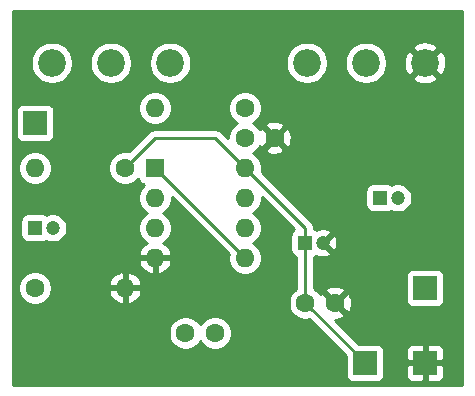
<source format=gbr>
%TF.GenerationSoftware,KiCad,Pcbnew,(5.1.9)-1*%
%TF.CreationDate,2021-02-01T17:32:41+02:00*%
%TF.ProjectId,colour_box,636f6c6f-7572-45f6-926f-782e6b696361,rev?*%
%TF.SameCoordinates,Original*%
%TF.FileFunction,Copper,L2,Bot*%
%TF.FilePolarity,Positive*%
%FSLAX46Y46*%
G04 Gerber Fmt 4.6, Leading zero omitted, Abs format (unit mm)*
G04 Created by KiCad (PCBNEW (5.1.9)-1) date 2021-02-01 17:32:41*
%MOMM*%
%LPD*%
G01*
G04 APERTURE LIST*
%TA.AperFunction,ComponentPad*%
%ADD10R,2.000000X2.000000*%
%TD*%
%TA.AperFunction,ComponentPad*%
%ADD11O,1.600000X1.600000*%
%TD*%
%TA.AperFunction,ComponentPad*%
%ADD12R,1.600000X1.600000*%
%TD*%
%TA.AperFunction,ComponentPad*%
%ADD13C,2.340000*%
%TD*%
%TA.AperFunction,ComponentPad*%
%ADD14C,1.600000*%
%TD*%
%TA.AperFunction,ComponentPad*%
%ADD15C,1.200000*%
%TD*%
%TA.AperFunction,ComponentPad*%
%ADD16R,1.200000X1.200000*%
%TD*%
%TA.AperFunction,Conductor*%
%ADD17C,0.250000*%
%TD*%
%TA.AperFunction,Conductor*%
%ADD18C,0.254000*%
%TD*%
%TA.AperFunction,Conductor*%
%ADD19C,0.100000*%
%TD*%
G04 APERTURE END LIST*
D10*
%TO.P,Input,1*%
%TO.N,Input*%
X111760000Y-81280000D03*
%TD*%
%TO.P,Output,1*%
%TO.N,Output*%
X144780000Y-95250000D03*
%TD*%
%TO.P,GND,1*%
%TO.N,GND*%
X144780000Y-101600000D03*
%TD*%
%TO.P,+9V,1*%
%TO.N,+9V*%
X139700000Y-101600000D03*
%TD*%
D11*
%TO.P,U1,8*%
%TO.N,+9V*%
X129540000Y-85090000D03*
%TO.P,U1,4*%
%TO.N,GND*%
X121920000Y-92710000D03*
%TO.P,U1,7*%
%TO.N,Net-(C6-Pad1)*%
X129540000Y-87630000D03*
%TO.P,U1,3*%
%TO.N,Net-(C1-Pad2)*%
X121920000Y-90170000D03*
%TO.P,U1,6*%
%TO.N,Net-(C6-Pad1)*%
X129540000Y-90170000D03*
%TO.P,U1,2*%
%TO.N,Net-(C2-Pad2)*%
X121920000Y-87630000D03*
%TO.P,U1,5*%
%TO.N,Net-(C2-Pad1)*%
X129540000Y-92710000D03*
D12*
%TO.P,U1,1*%
X121920000Y-85090000D03*
%TD*%
D13*
%TO.P,100k Volume,1*%
%TO.N,GND*%
X144780000Y-76200000D03*
%TO.P,100k Volume,2*%
%TO.N,Output*%
X139780000Y-76200000D03*
%TO.P,100k Volume,3*%
%TO.N,Net-(C6-Pad2)*%
X134780000Y-76200000D03*
%TD*%
%TO.P,220k Colour,1*%
%TO.N,Net-(C3-Pad1)*%
X123190000Y-76200000D03*
%TO.P,220k Colour,2*%
%TO.N,Net-(C2-Pad1)*%
X118190000Y-76200000D03*
%TO.P,220k Colour,3*%
X113190000Y-76200000D03*
%TD*%
D11*
%TO.P,R3,2*%
%TO.N,Net-(C2-Pad2)*%
X121920000Y-80010000D03*
D14*
%TO.P,R3,1*%
%TO.N,Net-(C3-Pad1)*%
X129540000Y-80010000D03*
%TD*%
D11*
%TO.P,R2,2*%
%TO.N,GND*%
X119380000Y-95250000D03*
D14*
%TO.P,R2,1*%
%TO.N,Net-(C1-Pad2)*%
X111760000Y-95250000D03*
%TD*%
D11*
%TO.P,R1,2*%
%TO.N,Net-(C1-Pad2)*%
X111760000Y-85090000D03*
D14*
%TO.P,R1,1*%
%TO.N,+9V*%
X119380000Y-85090000D03*
%TD*%
D15*
%TO.P,C6,2*%
%TO.N,Net-(C6-Pad2)*%
X142470000Y-87630000D03*
D16*
%TO.P,C6,1*%
%TO.N,Net-(C6-Pad1)*%
X140970000Y-87630000D03*
%TD*%
D14*
%TO.P,C5,2*%
%TO.N,+9V*%
X134660000Y-96520000D03*
%TO.P,C5,1*%
%TO.N,GND*%
X137160000Y-96520000D03*
%TD*%
D15*
%TO.P,C4,2*%
%TO.N,GND*%
X136120000Y-91440000D03*
D16*
%TO.P,C4,1*%
%TO.N,+9V*%
X134620000Y-91440000D03*
%TD*%
D14*
%TO.P,C3,2*%
%TO.N,GND*%
X132040000Y-82550000D03*
%TO.P,C3,1*%
%TO.N,Net-(C3-Pad1)*%
X129540000Y-82550000D03*
%TD*%
%TO.P,C2,2*%
%TO.N,Net-(C2-Pad2)*%
X124500000Y-99060000D03*
%TO.P,C2,1*%
%TO.N,Net-(C2-Pad1)*%
X127000000Y-99060000D03*
%TD*%
D15*
%TO.P,C1,2*%
%TO.N,Net-(C1-Pad2)*%
X113260000Y-90170000D03*
D16*
%TO.P,C1,1*%
%TO.N,Input*%
X111760000Y-90170000D03*
%TD*%
D17*
%TO.N,Net-(C2-Pad1)*%
X129540000Y-92710000D02*
X121920000Y-85090000D01*
%TO.N,+9V*%
X134620000Y-90170000D02*
X134620000Y-91440000D01*
X129540000Y-85090000D02*
X134620000Y-90170000D01*
X134620000Y-96480000D02*
X134660000Y-96520000D01*
X134620000Y-91440000D02*
X134620000Y-96480000D01*
X139700000Y-101560000D02*
X139700000Y-101600000D01*
X134660000Y-96520000D02*
X139700000Y-101560000D01*
X127000000Y-82550000D02*
X129540000Y-85090000D01*
X121920000Y-82550000D02*
X127000000Y-82550000D01*
X119380000Y-85090000D02*
X121920000Y-82550000D01*
%TD*%
D18*
%TO.N,GND*%
X147930001Y-103480000D02*
X109880000Y-103480000D01*
X109880000Y-98918665D01*
X123065000Y-98918665D01*
X123065000Y-99201335D01*
X123120147Y-99478574D01*
X123228320Y-99739727D01*
X123385363Y-99974759D01*
X123585241Y-100174637D01*
X123820273Y-100331680D01*
X124081426Y-100439853D01*
X124358665Y-100495000D01*
X124641335Y-100495000D01*
X124918574Y-100439853D01*
X125179727Y-100331680D01*
X125414759Y-100174637D01*
X125614637Y-99974759D01*
X125750000Y-99772173D01*
X125885363Y-99974759D01*
X126085241Y-100174637D01*
X126320273Y-100331680D01*
X126581426Y-100439853D01*
X126858665Y-100495000D01*
X127141335Y-100495000D01*
X127418574Y-100439853D01*
X127679727Y-100331680D01*
X127914759Y-100174637D01*
X128114637Y-99974759D01*
X128271680Y-99739727D01*
X128379853Y-99478574D01*
X128435000Y-99201335D01*
X128435000Y-98918665D01*
X128379853Y-98641426D01*
X128271680Y-98380273D01*
X128114637Y-98145241D01*
X127914759Y-97945363D01*
X127679727Y-97788320D01*
X127418574Y-97680147D01*
X127141335Y-97625000D01*
X126858665Y-97625000D01*
X126581426Y-97680147D01*
X126320273Y-97788320D01*
X126085241Y-97945363D01*
X125885363Y-98145241D01*
X125750000Y-98347827D01*
X125614637Y-98145241D01*
X125414759Y-97945363D01*
X125179727Y-97788320D01*
X124918574Y-97680147D01*
X124641335Y-97625000D01*
X124358665Y-97625000D01*
X124081426Y-97680147D01*
X123820273Y-97788320D01*
X123585241Y-97945363D01*
X123385363Y-98145241D01*
X123228320Y-98380273D01*
X123120147Y-98641426D01*
X123065000Y-98918665D01*
X109880000Y-98918665D01*
X109880000Y-95108665D01*
X110325000Y-95108665D01*
X110325000Y-95391335D01*
X110380147Y-95668574D01*
X110488320Y-95929727D01*
X110645363Y-96164759D01*
X110845241Y-96364637D01*
X111080273Y-96521680D01*
X111341426Y-96629853D01*
X111618665Y-96685000D01*
X111901335Y-96685000D01*
X112178574Y-96629853D01*
X112439727Y-96521680D01*
X112674759Y-96364637D01*
X112874637Y-96164759D01*
X113031680Y-95929727D01*
X113139853Y-95668574D01*
X113153684Y-95599039D01*
X117988096Y-95599039D01*
X118028754Y-95733087D01*
X118148963Y-95987420D01*
X118316481Y-96213414D01*
X118524869Y-96402385D01*
X118766119Y-96547070D01*
X119030960Y-96641909D01*
X119253000Y-96520624D01*
X119253000Y-95377000D01*
X119507000Y-95377000D01*
X119507000Y-96520624D01*
X119729040Y-96641909D01*
X119993881Y-96547070D01*
X120235131Y-96402385D01*
X120443519Y-96213414D01*
X120611037Y-95987420D01*
X120731246Y-95733087D01*
X120771904Y-95599039D01*
X120649915Y-95377000D01*
X119507000Y-95377000D01*
X119253000Y-95377000D01*
X118110085Y-95377000D01*
X117988096Y-95599039D01*
X113153684Y-95599039D01*
X113195000Y-95391335D01*
X113195000Y-95108665D01*
X113153685Y-94900961D01*
X117988096Y-94900961D01*
X118110085Y-95123000D01*
X119253000Y-95123000D01*
X119253000Y-93979376D01*
X119507000Y-93979376D01*
X119507000Y-95123000D01*
X120649915Y-95123000D01*
X120771904Y-94900961D01*
X120731246Y-94766913D01*
X120611037Y-94512580D01*
X120443519Y-94286586D01*
X120235131Y-94097615D01*
X119993881Y-93952930D01*
X119729040Y-93858091D01*
X119507000Y-93979376D01*
X119253000Y-93979376D01*
X119030960Y-93858091D01*
X118766119Y-93952930D01*
X118524869Y-94097615D01*
X118316481Y-94286586D01*
X118148963Y-94512580D01*
X118028754Y-94766913D01*
X117988096Y-94900961D01*
X113153685Y-94900961D01*
X113139853Y-94831426D01*
X113031680Y-94570273D01*
X112874637Y-94335241D01*
X112674759Y-94135363D01*
X112439727Y-93978320D01*
X112178574Y-93870147D01*
X111901335Y-93815000D01*
X111618665Y-93815000D01*
X111341426Y-93870147D01*
X111080273Y-93978320D01*
X110845241Y-94135363D01*
X110645363Y-94335241D01*
X110488320Y-94570273D01*
X110380147Y-94831426D01*
X110325000Y-95108665D01*
X109880000Y-95108665D01*
X109880000Y-93059039D01*
X120528096Y-93059039D01*
X120568754Y-93193087D01*
X120688963Y-93447420D01*
X120856481Y-93673414D01*
X121064869Y-93862385D01*
X121306119Y-94007070D01*
X121570960Y-94101909D01*
X121793000Y-93980624D01*
X121793000Y-92837000D01*
X122047000Y-92837000D01*
X122047000Y-93980624D01*
X122269040Y-94101909D01*
X122533881Y-94007070D01*
X122775131Y-93862385D01*
X122983519Y-93673414D01*
X123151037Y-93447420D01*
X123271246Y-93193087D01*
X123311904Y-93059039D01*
X123189915Y-92837000D01*
X122047000Y-92837000D01*
X121793000Y-92837000D01*
X120650085Y-92837000D01*
X120528096Y-93059039D01*
X109880000Y-93059039D01*
X109880000Y-89570000D01*
X110521928Y-89570000D01*
X110521928Y-90770000D01*
X110534188Y-90894482D01*
X110570498Y-91014180D01*
X110629463Y-91124494D01*
X110708815Y-91221185D01*
X110805506Y-91300537D01*
X110915820Y-91359502D01*
X111035518Y-91395812D01*
X111160000Y-91408072D01*
X112360000Y-91408072D01*
X112484482Y-91395812D01*
X112604180Y-91359502D01*
X112714494Y-91300537D01*
X112730478Y-91287419D01*
X112899764Y-91357540D01*
X113138363Y-91405000D01*
X113381637Y-91405000D01*
X113620236Y-91357540D01*
X113844992Y-91264443D01*
X114047267Y-91129287D01*
X114219287Y-90957267D01*
X114354443Y-90754992D01*
X114447540Y-90530236D01*
X114495000Y-90291637D01*
X114495000Y-90048363D01*
X114447540Y-89809764D01*
X114354443Y-89585008D01*
X114219287Y-89382733D01*
X114047267Y-89210713D01*
X113844992Y-89075557D01*
X113620236Y-88982460D01*
X113381637Y-88935000D01*
X113138363Y-88935000D01*
X112899764Y-88982460D01*
X112730478Y-89052581D01*
X112714494Y-89039463D01*
X112604180Y-88980498D01*
X112484482Y-88944188D01*
X112360000Y-88931928D01*
X111160000Y-88931928D01*
X111035518Y-88944188D01*
X110915820Y-88980498D01*
X110805506Y-89039463D01*
X110708815Y-89118815D01*
X110629463Y-89215506D01*
X110570498Y-89325820D01*
X110534188Y-89445518D01*
X110521928Y-89570000D01*
X109880000Y-89570000D01*
X109880000Y-84948665D01*
X110325000Y-84948665D01*
X110325000Y-85231335D01*
X110380147Y-85508574D01*
X110488320Y-85769727D01*
X110645363Y-86004759D01*
X110845241Y-86204637D01*
X111080273Y-86361680D01*
X111341426Y-86469853D01*
X111618665Y-86525000D01*
X111901335Y-86525000D01*
X112178574Y-86469853D01*
X112439727Y-86361680D01*
X112674759Y-86204637D01*
X112874637Y-86004759D01*
X113031680Y-85769727D01*
X113139853Y-85508574D01*
X113195000Y-85231335D01*
X113195000Y-84948665D01*
X117945000Y-84948665D01*
X117945000Y-85231335D01*
X118000147Y-85508574D01*
X118108320Y-85769727D01*
X118265363Y-86004759D01*
X118465241Y-86204637D01*
X118700273Y-86361680D01*
X118961426Y-86469853D01*
X119238665Y-86525000D01*
X119521335Y-86525000D01*
X119798574Y-86469853D01*
X120059727Y-86361680D01*
X120294759Y-86204637D01*
X120493357Y-86006039D01*
X120494188Y-86014482D01*
X120530498Y-86134180D01*
X120589463Y-86244494D01*
X120668815Y-86341185D01*
X120765506Y-86420537D01*
X120875820Y-86479502D01*
X120995518Y-86515812D01*
X121003961Y-86516643D01*
X120805363Y-86715241D01*
X120648320Y-86950273D01*
X120540147Y-87211426D01*
X120485000Y-87488665D01*
X120485000Y-87771335D01*
X120540147Y-88048574D01*
X120648320Y-88309727D01*
X120805363Y-88544759D01*
X121005241Y-88744637D01*
X121237759Y-88900000D01*
X121005241Y-89055363D01*
X120805363Y-89255241D01*
X120648320Y-89490273D01*
X120540147Y-89751426D01*
X120485000Y-90028665D01*
X120485000Y-90311335D01*
X120540147Y-90588574D01*
X120648320Y-90849727D01*
X120805363Y-91084759D01*
X121005241Y-91284637D01*
X121240273Y-91441680D01*
X121250865Y-91446067D01*
X121064869Y-91557615D01*
X120856481Y-91746586D01*
X120688963Y-91972580D01*
X120568754Y-92226913D01*
X120528096Y-92360961D01*
X120650085Y-92583000D01*
X121793000Y-92583000D01*
X121793000Y-92563000D01*
X122047000Y-92563000D01*
X122047000Y-92583000D01*
X123189915Y-92583000D01*
X123311904Y-92360961D01*
X123271246Y-92226913D01*
X123151037Y-91972580D01*
X122983519Y-91746586D01*
X122775131Y-91557615D01*
X122589135Y-91446067D01*
X122599727Y-91441680D01*
X122834759Y-91284637D01*
X123034637Y-91084759D01*
X123191680Y-90849727D01*
X123299853Y-90588574D01*
X123355000Y-90311335D01*
X123355000Y-90028665D01*
X123299853Y-89751426D01*
X123191680Y-89490273D01*
X123034637Y-89255241D01*
X122834759Y-89055363D01*
X122602241Y-88900000D01*
X122834759Y-88744637D01*
X123034637Y-88544759D01*
X123191680Y-88309727D01*
X123299853Y-88048574D01*
X123355000Y-87771335D01*
X123355000Y-87599801D01*
X128141312Y-92386114D01*
X128105000Y-92568665D01*
X128105000Y-92851335D01*
X128160147Y-93128574D01*
X128268320Y-93389727D01*
X128425363Y-93624759D01*
X128625241Y-93824637D01*
X128860273Y-93981680D01*
X129121426Y-94089853D01*
X129398665Y-94145000D01*
X129681335Y-94145000D01*
X129958574Y-94089853D01*
X130219727Y-93981680D01*
X130454759Y-93824637D01*
X130654637Y-93624759D01*
X130811680Y-93389727D01*
X130919853Y-93128574D01*
X130975000Y-92851335D01*
X130975000Y-92568665D01*
X130919853Y-92291426D01*
X130811680Y-92030273D01*
X130654637Y-91795241D01*
X130454759Y-91595363D01*
X130222241Y-91440000D01*
X130454759Y-91284637D01*
X130654637Y-91084759D01*
X130811680Y-90849727D01*
X130919853Y-90588574D01*
X130975000Y-90311335D01*
X130975000Y-90028665D01*
X130919853Y-89751426D01*
X130811680Y-89490273D01*
X130654637Y-89255241D01*
X130454759Y-89055363D01*
X130222241Y-88900000D01*
X130454759Y-88744637D01*
X130654637Y-88544759D01*
X130811680Y-88309727D01*
X130919853Y-88048574D01*
X130975000Y-87771335D01*
X130975000Y-87599801D01*
X133677989Y-90302791D01*
X133665506Y-90309463D01*
X133568815Y-90388815D01*
X133489463Y-90485506D01*
X133430498Y-90595820D01*
X133394188Y-90715518D01*
X133381928Y-90840000D01*
X133381928Y-92040000D01*
X133394188Y-92164482D01*
X133430498Y-92284180D01*
X133489463Y-92394494D01*
X133568815Y-92491185D01*
X133665506Y-92570537D01*
X133775820Y-92629502D01*
X133860000Y-92655038D01*
X133860001Y-95328683D01*
X133745241Y-95405363D01*
X133545363Y-95605241D01*
X133388320Y-95840273D01*
X133280147Y-96101426D01*
X133225000Y-96378665D01*
X133225000Y-96661335D01*
X133280147Y-96938574D01*
X133388320Y-97199727D01*
X133545363Y-97434759D01*
X133745241Y-97634637D01*
X133980273Y-97791680D01*
X134241426Y-97899853D01*
X134518665Y-97955000D01*
X134801335Y-97955000D01*
X134983887Y-97918688D01*
X138061928Y-100996730D01*
X138061928Y-102600000D01*
X138074188Y-102724482D01*
X138110498Y-102844180D01*
X138169463Y-102954494D01*
X138248815Y-103051185D01*
X138345506Y-103130537D01*
X138455820Y-103189502D01*
X138575518Y-103225812D01*
X138700000Y-103238072D01*
X140700000Y-103238072D01*
X140824482Y-103225812D01*
X140944180Y-103189502D01*
X141054494Y-103130537D01*
X141151185Y-103051185D01*
X141230537Y-102954494D01*
X141289502Y-102844180D01*
X141325812Y-102724482D01*
X141338072Y-102600000D01*
X143141928Y-102600000D01*
X143154188Y-102724482D01*
X143190498Y-102844180D01*
X143249463Y-102954494D01*
X143328815Y-103051185D01*
X143425506Y-103130537D01*
X143535820Y-103189502D01*
X143655518Y-103225812D01*
X143780000Y-103238072D01*
X144494250Y-103235000D01*
X144653000Y-103076250D01*
X144653000Y-101727000D01*
X144907000Y-101727000D01*
X144907000Y-103076250D01*
X145065750Y-103235000D01*
X145780000Y-103238072D01*
X145904482Y-103225812D01*
X146024180Y-103189502D01*
X146134494Y-103130537D01*
X146231185Y-103051185D01*
X146310537Y-102954494D01*
X146369502Y-102844180D01*
X146405812Y-102724482D01*
X146418072Y-102600000D01*
X146415000Y-101885750D01*
X146256250Y-101727000D01*
X144907000Y-101727000D01*
X144653000Y-101727000D01*
X143303750Y-101727000D01*
X143145000Y-101885750D01*
X143141928Y-102600000D01*
X141338072Y-102600000D01*
X141338072Y-100600000D01*
X143141928Y-100600000D01*
X143145000Y-101314250D01*
X143303750Y-101473000D01*
X144653000Y-101473000D01*
X144653000Y-100123750D01*
X144907000Y-100123750D01*
X144907000Y-101473000D01*
X146256250Y-101473000D01*
X146415000Y-101314250D01*
X146418072Y-100600000D01*
X146405812Y-100475518D01*
X146369502Y-100355820D01*
X146310537Y-100245506D01*
X146231185Y-100148815D01*
X146134494Y-100069463D01*
X146024180Y-100010498D01*
X145904482Y-99974188D01*
X145780000Y-99961928D01*
X145065750Y-99965000D01*
X144907000Y-100123750D01*
X144653000Y-100123750D01*
X144494250Y-99965000D01*
X143780000Y-99961928D01*
X143655518Y-99974188D01*
X143535820Y-100010498D01*
X143425506Y-100069463D01*
X143328815Y-100148815D01*
X143249463Y-100245506D01*
X143190498Y-100355820D01*
X143154188Y-100475518D01*
X143141928Y-100600000D01*
X141338072Y-100600000D01*
X141325812Y-100475518D01*
X141289502Y-100355820D01*
X141230537Y-100245506D01*
X141151185Y-100148815D01*
X141054494Y-100069463D01*
X140944180Y-100010498D01*
X140824482Y-99974188D01*
X140700000Y-99961928D01*
X139176730Y-99961928D01*
X137172141Y-97957340D01*
X137230512Y-97960217D01*
X137510130Y-97918787D01*
X137776292Y-97823603D01*
X137901514Y-97756671D01*
X137973097Y-97512702D01*
X137160000Y-96699605D01*
X137145858Y-96713748D01*
X136966253Y-96534143D01*
X136980395Y-96520000D01*
X137339605Y-96520000D01*
X138152702Y-97333097D01*
X138396671Y-97261514D01*
X138517571Y-97006004D01*
X138586300Y-96731816D01*
X138600217Y-96449488D01*
X138558787Y-96169870D01*
X138463603Y-95903708D01*
X138396671Y-95778486D01*
X138152702Y-95706903D01*
X137339605Y-96520000D01*
X136980395Y-96520000D01*
X136167298Y-95706903D01*
X135923329Y-95778486D01*
X135909676Y-95807341D01*
X135774637Y-95605241D01*
X135696694Y-95527298D01*
X136346903Y-95527298D01*
X137160000Y-96340395D01*
X137973097Y-95527298D01*
X137901514Y-95283329D01*
X137646004Y-95162429D01*
X137371816Y-95093700D01*
X137089488Y-95079783D01*
X136809870Y-95121213D01*
X136543708Y-95216397D01*
X136418486Y-95283329D01*
X136346903Y-95527298D01*
X135696694Y-95527298D01*
X135574759Y-95405363D01*
X135380000Y-95275229D01*
X135380000Y-94250000D01*
X143141928Y-94250000D01*
X143141928Y-96250000D01*
X143154188Y-96374482D01*
X143190498Y-96494180D01*
X143249463Y-96604494D01*
X143328815Y-96701185D01*
X143425506Y-96780537D01*
X143535820Y-96839502D01*
X143655518Y-96875812D01*
X143780000Y-96888072D01*
X145780000Y-96888072D01*
X145904482Y-96875812D01*
X146024180Y-96839502D01*
X146134494Y-96780537D01*
X146231185Y-96701185D01*
X146310537Y-96604494D01*
X146369502Y-96494180D01*
X146405812Y-96374482D01*
X146418072Y-96250000D01*
X146418072Y-94250000D01*
X146405812Y-94125518D01*
X146369502Y-94005820D01*
X146310537Y-93895506D01*
X146231185Y-93798815D01*
X146134494Y-93719463D01*
X146024180Y-93660498D01*
X145904482Y-93624188D01*
X145780000Y-93611928D01*
X143780000Y-93611928D01*
X143655518Y-93624188D01*
X143535820Y-93660498D01*
X143425506Y-93719463D01*
X143328815Y-93798815D01*
X143249463Y-93895506D01*
X143190498Y-94005820D01*
X143154188Y-94125518D01*
X143141928Y-94250000D01*
X135380000Y-94250000D01*
X135380000Y-92655038D01*
X135464180Y-92629502D01*
X135574494Y-92570537D01*
X135591681Y-92556432D01*
X135718516Y-92614237D01*
X135955313Y-92670000D01*
X136198438Y-92678495D01*
X136438549Y-92639395D01*
X136666418Y-92554202D01*
X136742852Y-92513348D01*
X136790159Y-92289764D01*
X136120000Y-91619605D01*
X136105858Y-91633748D01*
X135926253Y-91454143D01*
X135940395Y-91440000D01*
X136299605Y-91440000D01*
X136969764Y-92110159D01*
X137193348Y-92062852D01*
X137294237Y-91841484D01*
X137350000Y-91604687D01*
X137358495Y-91361562D01*
X137319395Y-91121451D01*
X137234202Y-90893582D01*
X137193348Y-90817148D01*
X136969764Y-90769841D01*
X136299605Y-91440000D01*
X135940395Y-91440000D01*
X135926253Y-91425858D01*
X136105858Y-91246253D01*
X136120000Y-91260395D01*
X136790159Y-90590236D01*
X136742852Y-90366652D01*
X136521484Y-90265763D01*
X136284687Y-90210000D01*
X136041562Y-90201505D01*
X135801451Y-90240605D01*
X135587883Y-90320451D01*
X135574494Y-90309463D01*
X135464180Y-90250498D01*
X135380000Y-90224962D01*
X135380000Y-90207323D01*
X135383676Y-90170000D01*
X135380000Y-90132677D01*
X135380000Y-90132667D01*
X135369003Y-90021014D01*
X135325546Y-89877753D01*
X135254975Y-89745725D01*
X135254974Y-89745723D01*
X135183799Y-89658997D01*
X135160001Y-89629999D01*
X135131004Y-89606202D01*
X132554802Y-87030000D01*
X139731928Y-87030000D01*
X139731928Y-88230000D01*
X139744188Y-88354482D01*
X139780498Y-88474180D01*
X139839463Y-88584494D01*
X139918815Y-88681185D01*
X140015506Y-88760537D01*
X140125820Y-88819502D01*
X140245518Y-88855812D01*
X140370000Y-88868072D01*
X141570000Y-88868072D01*
X141694482Y-88855812D01*
X141814180Y-88819502D01*
X141924494Y-88760537D01*
X141940478Y-88747419D01*
X142109764Y-88817540D01*
X142348363Y-88865000D01*
X142591637Y-88865000D01*
X142830236Y-88817540D01*
X143054992Y-88724443D01*
X143257267Y-88589287D01*
X143429287Y-88417267D01*
X143564443Y-88214992D01*
X143657540Y-87990236D01*
X143705000Y-87751637D01*
X143705000Y-87508363D01*
X143657540Y-87269764D01*
X143564443Y-87045008D01*
X143429287Y-86842733D01*
X143257267Y-86670713D01*
X143054992Y-86535557D01*
X142830236Y-86442460D01*
X142591637Y-86395000D01*
X142348363Y-86395000D01*
X142109764Y-86442460D01*
X141940478Y-86512581D01*
X141924494Y-86499463D01*
X141814180Y-86440498D01*
X141694482Y-86404188D01*
X141570000Y-86391928D01*
X140370000Y-86391928D01*
X140245518Y-86404188D01*
X140125820Y-86440498D01*
X140015506Y-86499463D01*
X139918815Y-86578815D01*
X139839463Y-86675506D01*
X139780498Y-86785820D01*
X139744188Y-86905518D01*
X139731928Y-87030000D01*
X132554802Y-87030000D01*
X130938688Y-85413887D01*
X130975000Y-85231335D01*
X130975000Y-84948665D01*
X130919853Y-84671426D01*
X130811680Y-84410273D01*
X130654637Y-84175241D01*
X130454759Y-83975363D01*
X130222241Y-83820000D01*
X130454759Y-83664637D01*
X130576694Y-83542702D01*
X131226903Y-83542702D01*
X131298486Y-83786671D01*
X131553996Y-83907571D01*
X131828184Y-83976300D01*
X132110512Y-83990217D01*
X132390130Y-83948787D01*
X132656292Y-83853603D01*
X132781514Y-83786671D01*
X132853097Y-83542702D01*
X132040000Y-82729605D01*
X131226903Y-83542702D01*
X130576694Y-83542702D01*
X130654637Y-83464759D01*
X130788692Y-83264131D01*
X130803329Y-83291514D01*
X131047298Y-83363097D01*
X131860395Y-82550000D01*
X132219605Y-82550000D01*
X133032702Y-83363097D01*
X133276671Y-83291514D01*
X133397571Y-83036004D01*
X133466300Y-82761816D01*
X133480217Y-82479488D01*
X133438787Y-82199870D01*
X133343603Y-81933708D01*
X133276671Y-81808486D01*
X133032702Y-81736903D01*
X132219605Y-82550000D01*
X131860395Y-82550000D01*
X131047298Y-81736903D01*
X130803329Y-81808486D01*
X130789676Y-81837341D01*
X130654637Y-81635241D01*
X130576694Y-81557298D01*
X131226903Y-81557298D01*
X132040000Y-82370395D01*
X132853097Y-81557298D01*
X132781514Y-81313329D01*
X132526004Y-81192429D01*
X132251816Y-81123700D01*
X131969488Y-81109783D01*
X131689870Y-81151213D01*
X131423708Y-81246397D01*
X131298486Y-81313329D01*
X131226903Y-81557298D01*
X130576694Y-81557298D01*
X130454759Y-81435363D01*
X130222241Y-81280000D01*
X130454759Y-81124637D01*
X130654637Y-80924759D01*
X130811680Y-80689727D01*
X130919853Y-80428574D01*
X130975000Y-80151335D01*
X130975000Y-79868665D01*
X130919853Y-79591426D01*
X130811680Y-79330273D01*
X130654637Y-79095241D01*
X130454759Y-78895363D01*
X130219727Y-78738320D01*
X129958574Y-78630147D01*
X129681335Y-78575000D01*
X129398665Y-78575000D01*
X129121426Y-78630147D01*
X128860273Y-78738320D01*
X128625241Y-78895363D01*
X128425363Y-79095241D01*
X128268320Y-79330273D01*
X128160147Y-79591426D01*
X128105000Y-79868665D01*
X128105000Y-80151335D01*
X128160147Y-80428574D01*
X128268320Y-80689727D01*
X128425363Y-80924759D01*
X128625241Y-81124637D01*
X128857759Y-81280000D01*
X128625241Y-81435363D01*
X128425363Y-81635241D01*
X128268320Y-81870273D01*
X128160147Y-82131426D01*
X128105000Y-82408665D01*
X128105000Y-82580199D01*
X127563804Y-82039003D01*
X127540001Y-82009999D01*
X127424276Y-81915026D01*
X127292247Y-81844454D01*
X127148986Y-81800997D01*
X127037333Y-81790000D01*
X127037322Y-81790000D01*
X127000000Y-81786324D01*
X126962678Y-81790000D01*
X121957322Y-81790000D01*
X121919999Y-81786324D01*
X121882676Y-81790000D01*
X121882667Y-81790000D01*
X121771014Y-81800997D01*
X121627753Y-81844454D01*
X121495724Y-81915026D01*
X121495722Y-81915027D01*
X121495723Y-81915027D01*
X121408996Y-81986201D01*
X121408992Y-81986205D01*
X121379999Y-82009999D01*
X121356205Y-82038992D01*
X119703886Y-83691312D01*
X119521335Y-83655000D01*
X119238665Y-83655000D01*
X118961426Y-83710147D01*
X118700273Y-83818320D01*
X118465241Y-83975363D01*
X118265363Y-84175241D01*
X118108320Y-84410273D01*
X118000147Y-84671426D01*
X117945000Y-84948665D01*
X113195000Y-84948665D01*
X113139853Y-84671426D01*
X113031680Y-84410273D01*
X112874637Y-84175241D01*
X112674759Y-83975363D01*
X112439727Y-83818320D01*
X112178574Y-83710147D01*
X111901335Y-83655000D01*
X111618665Y-83655000D01*
X111341426Y-83710147D01*
X111080273Y-83818320D01*
X110845241Y-83975363D01*
X110645363Y-84175241D01*
X110488320Y-84410273D01*
X110380147Y-84671426D01*
X110325000Y-84948665D01*
X109880000Y-84948665D01*
X109880000Y-80280000D01*
X110121928Y-80280000D01*
X110121928Y-82280000D01*
X110134188Y-82404482D01*
X110170498Y-82524180D01*
X110229463Y-82634494D01*
X110308815Y-82731185D01*
X110405506Y-82810537D01*
X110515820Y-82869502D01*
X110635518Y-82905812D01*
X110760000Y-82918072D01*
X112760000Y-82918072D01*
X112884482Y-82905812D01*
X113004180Y-82869502D01*
X113114494Y-82810537D01*
X113211185Y-82731185D01*
X113290537Y-82634494D01*
X113349502Y-82524180D01*
X113385812Y-82404482D01*
X113398072Y-82280000D01*
X113398072Y-80280000D01*
X113385812Y-80155518D01*
X113349502Y-80035820D01*
X113290537Y-79925506D01*
X113243889Y-79868665D01*
X120485000Y-79868665D01*
X120485000Y-80151335D01*
X120540147Y-80428574D01*
X120648320Y-80689727D01*
X120805363Y-80924759D01*
X121005241Y-81124637D01*
X121240273Y-81281680D01*
X121501426Y-81389853D01*
X121778665Y-81445000D01*
X122061335Y-81445000D01*
X122338574Y-81389853D01*
X122599727Y-81281680D01*
X122834759Y-81124637D01*
X123034637Y-80924759D01*
X123191680Y-80689727D01*
X123299853Y-80428574D01*
X123355000Y-80151335D01*
X123355000Y-79868665D01*
X123299853Y-79591426D01*
X123191680Y-79330273D01*
X123034637Y-79095241D01*
X122834759Y-78895363D01*
X122599727Y-78738320D01*
X122338574Y-78630147D01*
X122061335Y-78575000D01*
X121778665Y-78575000D01*
X121501426Y-78630147D01*
X121240273Y-78738320D01*
X121005241Y-78895363D01*
X120805363Y-79095241D01*
X120648320Y-79330273D01*
X120540147Y-79591426D01*
X120485000Y-79868665D01*
X113243889Y-79868665D01*
X113211185Y-79828815D01*
X113114494Y-79749463D01*
X113004180Y-79690498D01*
X112884482Y-79654188D01*
X112760000Y-79641928D01*
X110760000Y-79641928D01*
X110635518Y-79654188D01*
X110515820Y-79690498D01*
X110405506Y-79749463D01*
X110308815Y-79828815D01*
X110229463Y-79925506D01*
X110170498Y-80035820D01*
X110134188Y-80155518D01*
X110121928Y-80280000D01*
X109880000Y-80280000D01*
X109880000Y-76022223D01*
X111385000Y-76022223D01*
X111385000Y-76377777D01*
X111454365Y-76726499D01*
X111590429Y-77054988D01*
X111787965Y-77350621D01*
X112039379Y-77602035D01*
X112335012Y-77799571D01*
X112663501Y-77935635D01*
X113012223Y-78005000D01*
X113367777Y-78005000D01*
X113716499Y-77935635D01*
X114044988Y-77799571D01*
X114340621Y-77602035D01*
X114592035Y-77350621D01*
X114789571Y-77054988D01*
X114925635Y-76726499D01*
X114995000Y-76377777D01*
X114995000Y-76022223D01*
X116385000Y-76022223D01*
X116385000Y-76377777D01*
X116454365Y-76726499D01*
X116590429Y-77054988D01*
X116787965Y-77350621D01*
X117039379Y-77602035D01*
X117335012Y-77799571D01*
X117663501Y-77935635D01*
X118012223Y-78005000D01*
X118367777Y-78005000D01*
X118716499Y-77935635D01*
X119044988Y-77799571D01*
X119340621Y-77602035D01*
X119592035Y-77350621D01*
X119789571Y-77054988D01*
X119925635Y-76726499D01*
X119995000Y-76377777D01*
X119995000Y-76022223D01*
X121385000Y-76022223D01*
X121385000Y-76377777D01*
X121454365Y-76726499D01*
X121590429Y-77054988D01*
X121787965Y-77350621D01*
X122039379Y-77602035D01*
X122335012Y-77799571D01*
X122663501Y-77935635D01*
X123012223Y-78005000D01*
X123367777Y-78005000D01*
X123716499Y-77935635D01*
X124044988Y-77799571D01*
X124340621Y-77602035D01*
X124592035Y-77350621D01*
X124789571Y-77054988D01*
X124925635Y-76726499D01*
X124995000Y-76377777D01*
X124995000Y-76022223D01*
X132975000Y-76022223D01*
X132975000Y-76377777D01*
X133044365Y-76726499D01*
X133180429Y-77054988D01*
X133377965Y-77350621D01*
X133629379Y-77602035D01*
X133925012Y-77799571D01*
X134253501Y-77935635D01*
X134602223Y-78005000D01*
X134957777Y-78005000D01*
X135306499Y-77935635D01*
X135634988Y-77799571D01*
X135930621Y-77602035D01*
X136182035Y-77350621D01*
X136379571Y-77054988D01*
X136515635Y-76726499D01*
X136585000Y-76377777D01*
X136585000Y-76022223D01*
X137975000Y-76022223D01*
X137975000Y-76377777D01*
X138044365Y-76726499D01*
X138180429Y-77054988D01*
X138377965Y-77350621D01*
X138629379Y-77602035D01*
X138925012Y-77799571D01*
X139253501Y-77935635D01*
X139602223Y-78005000D01*
X139957777Y-78005000D01*
X140306499Y-77935635D01*
X140634988Y-77799571D01*
X140930621Y-77602035D01*
X141076054Y-77456602D01*
X143703003Y-77456602D01*
X143819275Y-77738389D01*
X144137860Y-77896257D01*
X144481122Y-77988938D01*
X144835869Y-78012873D01*
X145188470Y-77967139D01*
X145525373Y-77853495D01*
X145740725Y-77738389D01*
X145856997Y-77456602D01*
X144780000Y-76379605D01*
X143703003Y-77456602D01*
X141076054Y-77456602D01*
X141182035Y-77350621D01*
X141379571Y-77054988D01*
X141515635Y-76726499D01*
X141585000Y-76377777D01*
X141585000Y-76255869D01*
X142967127Y-76255869D01*
X143012861Y-76608470D01*
X143126505Y-76945373D01*
X143241611Y-77160725D01*
X143523398Y-77276997D01*
X144600395Y-76200000D01*
X144959605Y-76200000D01*
X146036602Y-77276997D01*
X146318389Y-77160725D01*
X146476257Y-76842140D01*
X146568938Y-76498878D01*
X146592873Y-76144131D01*
X146547139Y-75791530D01*
X146433495Y-75454627D01*
X146318389Y-75239275D01*
X146036602Y-75123003D01*
X144959605Y-76200000D01*
X144600395Y-76200000D01*
X143523398Y-75123003D01*
X143241611Y-75239275D01*
X143083743Y-75557860D01*
X142991062Y-75901122D01*
X142967127Y-76255869D01*
X141585000Y-76255869D01*
X141585000Y-76022223D01*
X141515635Y-75673501D01*
X141379571Y-75345012D01*
X141182035Y-75049379D01*
X141076054Y-74943398D01*
X143703003Y-74943398D01*
X144780000Y-76020395D01*
X145856997Y-74943398D01*
X145740725Y-74661611D01*
X145422140Y-74503743D01*
X145078878Y-74411062D01*
X144724131Y-74387127D01*
X144371530Y-74432861D01*
X144034627Y-74546505D01*
X143819275Y-74661611D01*
X143703003Y-74943398D01*
X141076054Y-74943398D01*
X140930621Y-74797965D01*
X140634988Y-74600429D01*
X140306499Y-74464365D01*
X139957777Y-74395000D01*
X139602223Y-74395000D01*
X139253501Y-74464365D01*
X138925012Y-74600429D01*
X138629379Y-74797965D01*
X138377965Y-75049379D01*
X138180429Y-75345012D01*
X138044365Y-75673501D01*
X137975000Y-76022223D01*
X136585000Y-76022223D01*
X136515635Y-75673501D01*
X136379571Y-75345012D01*
X136182035Y-75049379D01*
X135930621Y-74797965D01*
X135634988Y-74600429D01*
X135306499Y-74464365D01*
X134957777Y-74395000D01*
X134602223Y-74395000D01*
X134253501Y-74464365D01*
X133925012Y-74600429D01*
X133629379Y-74797965D01*
X133377965Y-75049379D01*
X133180429Y-75345012D01*
X133044365Y-75673501D01*
X132975000Y-76022223D01*
X124995000Y-76022223D01*
X124925635Y-75673501D01*
X124789571Y-75345012D01*
X124592035Y-75049379D01*
X124340621Y-74797965D01*
X124044988Y-74600429D01*
X123716499Y-74464365D01*
X123367777Y-74395000D01*
X123012223Y-74395000D01*
X122663501Y-74464365D01*
X122335012Y-74600429D01*
X122039379Y-74797965D01*
X121787965Y-75049379D01*
X121590429Y-75345012D01*
X121454365Y-75673501D01*
X121385000Y-76022223D01*
X119995000Y-76022223D01*
X119925635Y-75673501D01*
X119789571Y-75345012D01*
X119592035Y-75049379D01*
X119340621Y-74797965D01*
X119044988Y-74600429D01*
X118716499Y-74464365D01*
X118367777Y-74395000D01*
X118012223Y-74395000D01*
X117663501Y-74464365D01*
X117335012Y-74600429D01*
X117039379Y-74797965D01*
X116787965Y-75049379D01*
X116590429Y-75345012D01*
X116454365Y-75673501D01*
X116385000Y-76022223D01*
X114995000Y-76022223D01*
X114925635Y-75673501D01*
X114789571Y-75345012D01*
X114592035Y-75049379D01*
X114340621Y-74797965D01*
X114044988Y-74600429D01*
X113716499Y-74464365D01*
X113367777Y-74395000D01*
X113012223Y-74395000D01*
X112663501Y-74464365D01*
X112335012Y-74600429D01*
X112039379Y-74797965D01*
X111787965Y-75049379D01*
X111590429Y-75345012D01*
X111454365Y-75673501D01*
X111385000Y-76022223D01*
X109880000Y-76022223D01*
X109880000Y-71780000D01*
X147930000Y-71780000D01*
X147930001Y-103480000D01*
%TA.AperFunction,Conductor*%
D19*
G36*
X147930001Y-103480000D02*
G01*
X109880000Y-103480000D01*
X109880000Y-98918665D01*
X123065000Y-98918665D01*
X123065000Y-99201335D01*
X123120147Y-99478574D01*
X123228320Y-99739727D01*
X123385363Y-99974759D01*
X123585241Y-100174637D01*
X123820273Y-100331680D01*
X124081426Y-100439853D01*
X124358665Y-100495000D01*
X124641335Y-100495000D01*
X124918574Y-100439853D01*
X125179727Y-100331680D01*
X125414759Y-100174637D01*
X125614637Y-99974759D01*
X125750000Y-99772173D01*
X125885363Y-99974759D01*
X126085241Y-100174637D01*
X126320273Y-100331680D01*
X126581426Y-100439853D01*
X126858665Y-100495000D01*
X127141335Y-100495000D01*
X127418574Y-100439853D01*
X127679727Y-100331680D01*
X127914759Y-100174637D01*
X128114637Y-99974759D01*
X128271680Y-99739727D01*
X128379853Y-99478574D01*
X128435000Y-99201335D01*
X128435000Y-98918665D01*
X128379853Y-98641426D01*
X128271680Y-98380273D01*
X128114637Y-98145241D01*
X127914759Y-97945363D01*
X127679727Y-97788320D01*
X127418574Y-97680147D01*
X127141335Y-97625000D01*
X126858665Y-97625000D01*
X126581426Y-97680147D01*
X126320273Y-97788320D01*
X126085241Y-97945363D01*
X125885363Y-98145241D01*
X125750000Y-98347827D01*
X125614637Y-98145241D01*
X125414759Y-97945363D01*
X125179727Y-97788320D01*
X124918574Y-97680147D01*
X124641335Y-97625000D01*
X124358665Y-97625000D01*
X124081426Y-97680147D01*
X123820273Y-97788320D01*
X123585241Y-97945363D01*
X123385363Y-98145241D01*
X123228320Y-98380273D01*
X123120147Y-98641426D01*
X123065000Y-98918665D01*
X109880000Y-98918665D01*
X109880000Y-95108665D01*
X110325000Y-95108665D01*
X110325000Y-95391335D01*
X110380147Y-95668574D01*
X110488320Y-95929727D01*
X110645363Y-96164759D01*
X110845241Y-96364637D01*
X111080273Y-96521680D01*
X111341426Y-96629853D01*
X111618665Y-96685000D01*
X111901335Y-96685000D01*
X112178574Y-96629853D01*
X112439727Y-96521680D01*
X112674759Y-96364637D01*
X112874637Y-96164759D01*
X113031680Y-95929727D01*
X113139853Y-95668574D01*
X113153684Y-95599039D01*
X117988096Y-95599039D01*
X118028754Y-95733087D01*
X118148963Y-95987420D01*
X118316481Y-96213414D01*
X118524869Y-96402385D01*
X118766119Y-96547070D01*
X119030960Y-96641909D01*
X119253000Y-96520624D01*
X119253000Y-95377000D01*
X119507000Y-95377000D01*
X119507000Y-96520624D01*
X119729040Y-96641909D01*
X119993881Y-96547070D01*
X120235131Y-96402385D01*
X120443519Y-96213414D01*
X120611037Y-95987420D01*
X120731246Y-95733087D01*
X120771904Y-95599039D01*
X120649915Y-95377000D01*
X119507000Y-95377000D01*
X119253000Y-95377000D01*
X118110085Y-95377000D01*
X117988096Y-95599039D01*
X113153684Y-95599039D01*
X113195000Y-95391335D01*
X113195000Y-95108665D01*
X113153685Y-94900961D01*
X117988096Y-94900961D01*
X118110085Y-95123000D01*
X119253000Y-95123000D01*
X119253000Y-93979376D01*
X119507000Y-93979376D01*
X119507000Y-95123000D01*
X120649915Y-95123000D01*
X120771904Y-94900961D01*
X120731246Y-94766913D01*
X120611037Y-94512580D01*
X120443519Y-94286586D01*
X120235131Y-94097615D01*
X119993881Y-93952930D01*
X119729040Y-93858091D01*
X119507000Y-93979376D01*
X119253000Y-93979376D01*
X119030960Y-93858091D01*
X118766119Y-93952930D01*
X118524869Y-94097615D01*
X118316481Y-94286586D01*
X118148963Y-94512580D01*
X118028754Y-94766913D01*
X117988096Y-94900961D01*
X113153685Y-94900961D01*
X113139853Y-94831426D01*
X113031680Y-94570273D01*
X112874637Y-94335241D01*
X112674759Y-94135363D01*
X112439727Y-93978320D01*
X112178574Y-93870147D01*
X111901335Y-93815000D01*
X111618665Y-93815000D01*
X111341426Y-93870147D01*
X111080273Y-93978320D01*
X110845241Y-94135363D01*
X110645363Y-94335241D01*
X110488320Y-94570273D01*
X110380147Y-94831426D01*
X110325000Y-95108665D01*
X109880000Y-95108665D01*
X109880000Y-93059039D01*
X120528096Y-93059039D01*
X120568754Y-93193087D01*
X120688963Y-93447420D01*
X120856481Y-93673414D01*
X121064869Y-93862385D01*
X121306119Y-94007070D01*
X121570960Y-94101909D01*
X121793000Y-93980624D01*
X121793000Y-92837000D01*
X122047000Y-92837000D01*
X122047000Y-93980624D01*
X122269040Y-94101909D01*
X122533881Y-94007070D01*
X122775131Y-93862385D01*
X122983519Y-93673414D01*
X123151037Y-93447420D01*
X123271246Y-93193087D01*
X123311904Y-93059039D01*
X123189915Y-92837000D01*
X122047000Y-92837000D01*
X121793000Y-92837000D01*
X120650085Y-92837000D01*
X120528096Y-93059039D01*
X109880000Y-93059039D01*
X109880000Y-89570000D01*
X110521928Y-89570000D01*
X110521928Y-90770000D01*
X110534188Y-90894482D01*
X110570498Y-91014180D01*
X110629463Y-91124494D01*
X110708815Y-91221185D01*
X110805506Y-91300537D01*
X110915820Y-91359502D01*
X111035518Y-91395812D01*
X111160000Y-91408072D01*
X112360000Y-91408072D01*
X112484482Y-91395812D01*
X112604180Y-91359502D01*
X112714494Y-91300537D01*
X112730478Y-91287419D01*
X112899764Y-91357540D01*
X113138363Y-91405000D01*
X113381637Y-91405000D01*
X113620236Y-91357540D01*
X113844992Y-91264443D01*
X114047267Y-91129287D01*
X114219287Y-90957267D01*
X114354443Y-90754992D01*
X114447540Y-90530236D01*
X114495000Y-90291637D01*
X114495000Y-90048363D01*
X114447540Y-89809764D01*
X114354443Y-89585008D01*
X114219287Y-89382733D01*
X114047267Y-89210713D01*
X113844992Y-89075557D01*
X113620236Y-88982460D01*
X113381637Y-88935000D01*
X113138363Y-88935000D01*
X112899764Y-88982460D01*
X112730478Y-89052581D01*
X112714494Y-89039463D01*
X112604180Y-88980498D01*
X112484482Y-88944188D01*
X112360000Y-88931928D01*
X111160000Y-88931928D01*
X111035518Y-88944188D01*
X110915820Y-88980498D01*
X110805506Y-89039463D01*
X110708815Y-89118815D01*
X110629463Y-89215506D01*
X110570498Y-89325820D01*
X110534188Y-89445518D01*
X110521928Y-89570000D01*
X109880000Y-89570000D01*
X109880000Y-84948665D01*
X110325000Y-84948665D01*
X110325000Y-85231335D01*
X110380147Y-85508574D01*
X110488320Y-85769727D01*
X110645363Y-86004759D01*
X110845241Y-86204637D01*
X111080273Y-86361680D01*
X111341426Y-86469853D01*
X111618665Y-86525000D01*
X111901335Y-86525000D01*
X112178574Y-86469853D01*
X112439727Y-86361680D01*
X112674759Y-86204637D01*
X112874637Y-86004759D01*
X113031680Y-85769727D01*
X113139853Y-85508574D01*
X113195000Y-85231335D01*
X113195000Y-84948665D01*
X117945000Y-84948665D01*
X117945000Y-85231335D01*
X118000147Y-85508574D01*
X118108320Y-85769727D01*
X118265363Y-86004759D01*
X118465241Y-86204637D01*
X118700273Y-86361680D01*
X118961426Y-86469853D01*
X119238665Y-86525000D01*
X119521335Y-86525000D01*
X119798574Y-86469853D01*
X120059727Y-86361680D01*
X120294759Y-86204637D01*
X120493357Y-86006039D01*
X120494188Y-86014482D01*
X120530498Y-86134180D01*
X120589463Y-86244494D01*
X120668815Y-86341185D01*
X120765506Y-86420537D01*
X120875820Y-86479502D01*
X120995518Y-86515812D01*
X121003961Y-86516643D01*
X120805363Y-86715241D01*
X120648320Y-86950273D01*
X120540147Y-87211426D01*
X120485000Y-87488665D01*
X120485000Y-87771335D01*
X120540147Y-88048574D01*
X120648320Y-88309727D01*
X120805363Y-88544759D01*
X121005241Y-88744637D01*
X121237759Y-88900000D01*
X121005241Y-89055363D01*
X120805363Y-89255241D01*
X120648320Y-89490273D01*
X120540147Y-89751426D01*
X120485000Y-90028665D01*
X120485000Y-90311335D01*
X120540147Y-90588574D01*
X120648320Y-90849727D01*
X120805363Y-91084759D01*
X121005241Y-91284637D01*
X121240273Y-91441680D01*
X121250865Y-91446067D01*
X121064869Y-91557615D01*
X120856481Y-91746586D01*
X120688963Y-91972580D01*
X120568754Y-92226913D01*
X120528096Y-92360961D01*
X120650085Y-92583000D01*
X121793000Y-92583000D01*
X121793000Y-92563000D01*
X122047000Y-92563000D01*
X122047000Y-92583000D01*
X123189915Y-92583000D01*
X123311904Y-92360961D01*
X123271246Y-92226913D01*
X123151037Y-91972580D01*
X122983519Y-91746586D01*
X122775131Y-91557615D01*
X122589135Y-91446067D01*
X122599727Y-91441680D01*
X122834759Y-91284637D01*
X123034637Y-91084759D01*
X123191680Y-90849727D01*
X123299853Y-90588574D01*
X123355000Y-90311335D01*
X123355000Y-90028665D01*
X123299853Y-89751426D01*
X123191680Y-89490273D01*
X123034637Y-89255241D01*
X122834759Y-89055363D01*
X122602241Y-88900000D01*
X122834759Y-88744637D01*
X123034637Y-88544759D01*
X123191680Y-88309727D01*
X123299853Y-88048574D01*
X123355000Y-87771335D01*
X123355000Y-87599801D01*
X128141312Y-92386114D01*
X128105000Y-92568665D01*
X128105000Y-92851335D01*
X128160147Y-93128574D01*
X128268320Y-93389727D01*
X128425363Y-93624759D01*
X128625241Y-93824637D01*
X128860273Y-93981680D01*
X129121426Y-94089853D01*
X129398665Y-94145000D01*
X129681335Y-94145000D01*
X129958574Y-94089853D01*
X130219727Y-93981680D01*
X130454759Y-93824637D01*
X130654637Y-93624759D01*
X130811680Y-93389727D01*
X130919853Y-93128574D01*
X130975000Y-92851335D01*
X130975000Y-92568665D01*
X130919853Y-92291426D01*
X130811680Y-92030273D01*
X130654637Y-91795241D01*
X130454759Y-91595363D01*
X130222241Y-91440000D01*
X130454759Y-91284637D01*
X130654637Y-91084759D01*
X130811680Y-90849727D01*
X130919853Y-90588574D01*
X130975000Y-90311335D01*
X130975000Y-90028665D01*
X130919853Y-89751426D01*
X130811680Y-89490273D01*
X130654637Y-89255241D01*
X130454759Y-89055363D01*
X130222241Y-88900000D01*
X130454759Y-88744637D01*
X130654637Y-88544759D01*
X130811680Y-88309727D01*
X130919853Y-88048574D01*
X130975000Y-87771335D01*
X130975000Y-87599801D01*
X133677989Y-90302791D01*
X133665506Y-90309463D01*
X133568815Y-90388815D01*
X133489463Y-90485506D01*
X133430498Y-90595820D01*
X133394188Y-90715518D01*
X133381928Y-90840000D01*
X133381928Y-92040000D01*
X133394188Y-92164482D01*
X133430498Y-92284180D01*
X133489463Y-92394494D01*
X133568815Y-92491185D01*
X133665506Y-92570537D01*
X133775820Y-92629502D01*
X133860000Y-92655038D01*
X133860001Y-95328683D01*
X133745241Y-95405363D01*
X133545363Y-95605241D01*
X133388320Y-95840273D01*
X133280147Y-96101426D01*
X133225000Y-96378665D01*
X133225000Y-96661335D01*
X133280147Y-96938574D01*
X133388320Y-97199727D01*
X133545363Y-97434759D01*
X133745241Y-97634637D01*
X133980273Y-97791680D01*
X134241426Y-97899853D01*
X134518665Y-97955000D01*
X134801335Y-97955000D01*
X134983887Y-97918688D01*
X138061928Y-100996730D01*
X138061928Y-102600000D01*
X138074188Y-102724482D01*
X138110498Y-102844180D01*
X138169463Y-102954494D01*
X138248815Y-103051185D01*
X138345506Y-103130537D01*
X138455820Y-103189502D01*
X138575518Y-103225812D01*
X138700000Y-103238072D01*
X140700000Y-103238072D01*
X140824482Y-103225812D01*
X140944180Y-103189502D01*
X141054494Y-103130537D01*
X141151185Y-103051185D01*
X141230537Y-102954494D01*
X141289502Y-102844180D01*
X141325812Y-102724482D01*
X141338072Y-102600000D01*
X143141928Y-102600000D01*
X143154188Y-102724482D01*
X143190498Y-102844180D01*
X143249463Y-102954494D01*
X143328815Y-103051185D01*
X143425506Y-103130537D01*
X143535820Y-103189502D01*
X143655518Y-103225812D01*
X143780000Y-103238072D01*
X144494250Y-103235000D01*
X144653000Y-103076250D01*
X144653000Y-101727000D01*
X144907000Y-101727000D01*
X144907000Y-103076250D01*
X145065750Y-103235000D01*
X145780000Y-103238072D01*
X145904482Y-103225812D01*
X146024180Y-103189502D01*
X146134494Y-103130537D01*
X146231185Y-103051185D01*
X146310537Y-102954494D01*
X146369502Y-102844180D01*
X146405812Y-102724482D01*
X146418072Y-102600000D01*
X146415000Y-101885750D01*
X146256250Y-101727000D01*
X144907000Y-101727000D01*
X144653000Y-101727000D01*
X143303750Y-101727000D01*
X143145000Y-101885750D01*
X143141928Y-102600000D01*
X141338072Y-102600000D01*
X141338072Y-100600000D01*
X143141928Y-100600000D01*
X143145000Y-101314250D01*
X143303750Y-101473000D01*
X144653000Y-101473000D01*
X144653000Y-100123750D01*
X144907000Y-100123750D01*
X144907000Y-101473000D01*
X146256250Y-101473000D01*
X146415000Y-101314250D01*
X146418072Y-100600000D01*
X146405812Y-100475518D01*
X146369502Y-100355820D01*
X146310537Y-100245506D01*
X146231185Y-100148815D01*
X146134494Y-100069463D01*
X146024180Y-100010498D01*
X145904482Y-99974188D01*
X145780000Y-99961928D01*
X145065750Y-99965000D01*
X144907000Y-100123750D01*
X144653000Y-100123750D01*
X144494250Y-99965000D01*
X143780000Y-99961928D01*
X143655518Y-99974188D01*
X143535820Y-100010498D01*
X143425506Y-100069463D01*
X143328815Y-100148815D01*
X143249463Y-100245506D01*
X143190498Y-100355820D01*
X143154188Y-100475518D01*
X143141928Y-100600000D01*
X141338072Y-100600000D01*
X141325812Y-100475518D01*
X141289502Y-100355820D01*
X141230537Y-100245506D01*
X141151185Y-100148815D01*
X141054494Y-100069463D01*
X140944180Y-100010498D01*
X140824482Y-99974188D01*
X140700000Y-99961928D01*
X139176730Y-99961928D01*
X137172141Y-97957340D01*
X137230512Y-97960217D01*
X137510130Y-97918787D01*
X137776292Y-97823603D01*
X137901514Y-97756671D01*
X137973097Y-97512702D01*
X137160000Y-96699605D01*
X137145858Y-96713748D01*
X136966253Y-96534143D01*
X136980395Y-96520000D01*
X137339605Y-96520000D01*
X138152702Y-97333097D01*
X138396671Y-97261514D01*
X138517571Y-97006004D01*
X138586300Y-96731816D01*
X138600217Y-96449488D01*
X138558787Y-96169870D01*
X138463603Y-95903708D01*
X138396671Y-95778486D01*
X138152702Y-95706903D01*
X137339605Y-96520000D01*
X136980395Y-96520000D01*
X136167298Y-95706903D01*
X135923329Y-95778486D01*
X135909676Y-95807341D01*
X135774637Y-95605241D01*
X135696694Y-95527298D01*
X136346903Y-95527298D01*
X137160000Y-96340395D01*
X137973097Y-95527298D01*
X137901514Y-95283329D01*
X137646004Y-95162429D01*
X137371816Y-95093700D01*
X137089488Y-95079783D01*
X136809870Y-95121213D01*
X136543708Y-95216397D01*
X136418486Y-95283329D01*
X136346903Y-95527298D01*
X135696694Y-95527298D01*
X135574759Y-95405363D01*
X135380000Y-95275229D01*
X135380000Y-94250000D01*
X143141928Y-94250000D01*
X143141928Y-96250000D01*
X143154188Y-96374482D01*
X143190498Y-96494180D01*
X143249463Y-96604494D01*
X143328815Y-96701185D01*
X143425506Y-96780537D01*
X143535820Y-96839502D01*
X143655518Y-96875812D01*
X143780000Y-96888072D01*
X145780000Y-96888072D01*
X145904482Y-96875812D01*
X146024180Y-96839502D01*
X146134494Y-96780537D01*
X146231185Y-96701185D01*
X146310537Y-96604494D01*
X146369502Y-96494180D01*
X146405812Y-96374482D01*
X146418072Y-96250000D01*
X146418072Y-94250000D01*
X146405812Y-94125518D01*
X146369502Y-94005820D01*
X146310537Y-93895506D01*
X146231185Y-93798815D01*
X146134494Y-93719463D01*
X146024180Y-93660498D01*
X145904482Y-93624188D01*
X145780000Y-93611928D01*
X143780000Y-93611928D01*
X143655518Y-93624188D01*
X143535820Y-93660498D01*
X143425506Y-93719463D01*
X143328815Y-93798815D01*
X143249463Y-93895506D01*
X143190498Y-94005820D01*
X143154188Y-94125518D01*
X143141928Y-94250000D01*
X135380000Y-94250000D01*
X135380000Y-92655038D01*
X135464180Y-92629502D01*
X135574494Y-92570537D01*
X135591681Y-92556432D01*
X135718516Y-92614237D01*
X135955313Y-92670000D01*
X136198438Y-92678495D01*
X136438549Y-92639395D01*
X136666418Y-92554202D01*
X136742852Y-92513348D01*
X136790159Y-92289764D01*
X136120000Y-91619605D01*
X136105858Y-91633748D01*
X135926253Y-91454143D01*
X135940395Y-91440000D01*
X136299605Y-91440000D01*
X136969764Y-92110159D01*
X137193348Y-92062852D01*
X137294237Y-91841484D01*
X137350000Y-91604687D01*
X137358495Y-91361562D01*
X137319395Y-91121451D01*
X137234202Y-90893582D01*
X137193348Y-90817148D01*
X136969764Y-90769841D01*
X136299605Y-91440000D01*
X135940395Y-91440000D01*
X135926253Y-91425858D01*
X136105858Y-91246253D01*
X136120000Y-91260395D01*
X136790159Y-90590236D01*
X136742852Y-90366652D01*
X136521484Y-90265763D01*
X136284687Y-90210000D01*
X136041562Y-90201505D01*
X135801451Y-90240605D01*
X135587883Y-90320451D01*
X135574494Y-90309463D01*
X135464180Y-90250498D01*
X135380000Y-90224962D01*
X135380000Y-90207323D01*
X135383676Y-90170000D01*
X135380000Y-90132677D01*
X135380000Y-90132667D01*
X135369003Y-90021014D01*
X135325546Y-89877753D01*
X135254975Y-89745725D01*
X135254974Y-89745723D01*
X135183799Y-89658997D01*
X135160001Y-89629999D01*
X135131004Y-89606202D01*
X132554802Y-87030000D01*
X139731928Y-87030000D01*
X139731928Y-88230000D01*
X139744188Y-88354482D01*
X139780498Y-88474180D01*
X139839463Y-88584494D01*
X139918815Y-88681185D01*
X140015506Y-88760537D01*
X140125820Y-88819502D01*
X140245518Y-88855812D01*
X140370000Y-88868072D01*
X141570000Y-88868072D01*
X141694482Y-88855812D01*
X141814180Y-88819502D01*
X141924494Y-88760537D01*
X141940478Y-88747419D01*
X142109764Y-88817540D01*
X142348363Y-88865000D01*
X142591637Y-88865000D01*
X142830236Y-88817540D01*
X143054992Y-88724443D01*
X143257267Y-88589287D01*
X143429287Y-88417267D01*
X143564443Y-88214992D01*
X143657540Y-87990236D01*
X143705000Y-87751637D01*
X143705000Y-87508363D01*
X143657540Y-87269764D01*
X143564443Y-87045008D01*
X143429287Y-86842733D01*
X143257267Y-86670713D01*
X143054992Y-86535557D01*
X142830236Y-86442460D01*
X142591637Y-86395000D01*
X142348363Y-86395000D01*
X142109764Y-86442460D01*
X141940478Y-86512581D01*
X141924494Y-86499463D01*
X141814180Y-86440498D01*
X141694482Y-86404188D01*
X141570000Y-86391928D01*
X140370000Y-86391928D01*
X140245518Y-86404188D01*
X140125820Y-86440498D01*
X140015506Y-86499463D01*
X139918815Y-86578815D01*
X139839463Y-86675506D01*
X139780498Y-86785820D01*
X139744188Y-86905518D01*
X139731928Y-87030000D01*
X132554802Y-87030000D01*
X130938688Y-85413887D01*
X130975000Y-85231335D01*
X130975000Y-84948665D01*
X130919853Y-84671426D01*
X130811680Y-84410273D01*
X130654637Y-84175241D01*
X130454759Y-83975363D01*
X130222241Y-83820000D01*
X130454759Y-83664637D01*
X130576694Y-83542702D01*
X131226903Y-83542702D01*
X131298486Y-83786671D01*
X131553996Y-83907571D01*
X131828184Y-83976300D01*
X132110512Y-83990217D01*
X132390130Y-83948787D01*
X132656292Y-83853603D01*
X132781514Y-83786671D01*
X132853097Y-83542702D01*
X132040000Y-82729605D01*
X131226903Y-83542702D01*
X130576694Y-83542702D01*
X130654637Y-83464759D01*
X130788692Y-83264131D01*
X130803329Y-83291514D01*
X131047298Y-83363097D01*
X131860395Y-82550000D01*
X132219605Y-82550000D01*
X133032702Y-83363097D01*
X133276671Y-83291514D01*
X133397571Y-83036004D01*
X133466300Y-82761816D01*
X133480217Y-82479488D01*
X133438787Y-82199870D01*
X133343603Y-81933708D01*
X133276671Y-81808486D01*
X133032702Y-81736903D01*
X132219605Y-82550000D01*
X131860395Y-82550000D01*
X131047298Y-81736903D01*
X130803329Y-81808486D01*
X130789676Y-81837341D01*
X130654637Y-81635241D01*
X130576694Y-81557298D01*
X131226903Y-81557298D01*
X132040000Y-82370395D01*
X132853097Y-81557298D01*
X132781514Y-81313329D01*
X132526004Y-81192429D01*
X132251816Y-81123700D01*
X131969488Y-81109783D01*
X131689870Y-81151213D01*
X131423708Y-81246397D01*
X131298486Y-81313329D01*
X131226903Y-81557298D01*
X130576694Y-81557298D01*
X130454759Y-81435363D01*
X130222241Y-81280000D01*
X130454759Y-81124637D01*
X130654637Y-80924759D01*
X130811680Y-80689727D01*
X130919853Y-80428574D01*
X130975000Y-80151335D01*
X130975000Y-79868665D01*
X130919853Y-79591426D01*
X130811680Y-79330273D01*
X130654637Y-79095241D01*
X130454759Y-78895363D01*
X130219727Y-78738320D01*
X129958574Y-78630147D01*
X129681335Y-78575000D01*
X129398665Y-78575000D01*
X129121426Y-78630147D01*
X128860273Y-78738320D01*
X128625241Y-78895363D01*
X128425363Y-79095241D01*
X128268320Y-79330273D01*
X128160147Y-79591426D01*
X128105000Y-79868665D01*
X128105000Y-80151335D01*
X128160147Y-80428574D01*
X128268320Y-80689727D01*
X128425363Y-80924759D01*
X128625241Y-81124637D01*
X128857759Y-81280000D01*
X128625241Y-81435363D01*
X128425363Y-81635241D01*
X128268320Y-81870273D01*
X128160147Y-82131426D01*
X128105000Y-82408665D01*
X128105000Y-82580199D01*
X127563804Y-82039003D01*
X127540001Y-82009999D01*
X127424276Y-81915026D01*
X127292247Y-81844454D01*
X127148986Y-81800997D01*
X127037333Y-81790000D01*
X127037322Y-81790000D01*
X127000000Y-81786324D01*
X126962678Y-81790000D01*
X121957322Y-81790000D01*
X121919999Y-81786324D01*
X121882676Y-81790000D01*
X121882667Y-81790000D01*
X121771014Y-81800997D01*
X121627753Y-81844454D01*
X121495724Y-81915026D01*
X121495722Y-81915027D01*
X121495723Y-81915027D01*
X121408996Y-81986201D01*
X121408992Y-81986205D01*
X121379999Y-82009999D01*
X121356205Y-82038992D01*
X119703886Y-83691312D01*
X119521335Y-83655000D01*
X119238665Y-83655000D01*
X118961426Y-83710147D01*
X118700273Y-83818320D01*
X118465241Y-83975363D01*
X118265363Y-84175241D01*
X118108320Y-84410273D01*
X118000147Y-84671426D01*
X117945000Y-84948665D01*
X113195000Y-84948665D01*
X113139853Y-84671426D01*
X113031680Y-84410273D01*
X112874637Y-84175241D01*
X112674759Y-83975363D01*
X112439727Y-83818320D01*
X112178574Y-83710147D01*
X111901335Y-83655000D01*
X111618665Y-83655000D01*
X111341426Y-83710147D01*
X111080273Y-83818320D01*
X110845241Y-83975363D01*
X110645363Y-84175241D01*
X110488320Y-84410273D01*
X110380147Y-84671426D01*
X110325000Y-84948665D01*
X109880000Y-84948665D01*
X109880000Y-80280000D01*
X110121928Y-80280000D01*
X110121928Y-82280000D01*
X110134188Y-82404482D01*
X110170498Y-82524180D01*
X110229463Y-82634494D01*
X110308815Y-82731185D01*
X110405506Y-82810537D01*
X110515820Y-82869502D01*
X110635518Y-82905812D01*
X110760000Y-82918072D01*
X112760000Y-82918072D01*
X112884482Y-82905812D01*
X113004180Y-82869502D01*
X113114494Y-82810537D01*
X113211185Y-82731185D01*
X113290537Y-82634494D01*
X113349502Y-82524180D01*
X113385812Y-82404482D01*
X113398072Y-82280000D01*
X113398072Y-80280000D01*
X113385812Y-80155518D01*
X113349502Y-80035820D01*
X113290537Y-79925506D01*
X113243889Y-79868665D01*
X120485000Y-79868665D01*
X120485000Y-80151335D01*
X120540147Y-80428574D01*
X120648320Y-80689727D01*
X120805363Y-80924759D01*
X121005241Y-81124637D01*
X121240273Y-81281680D01*
X121501426Y-81389853D01*
X121778665Y-81445000D01*
X122061335Y-81445000D01*
X122338574Y-81389853D01*
X122599727Y-81281680D01*
X122834759Y-81124637D01*
X123034637Y-80924759D01*
X123191680Y-80689727D01*
X123299853Y-80428574D01*
X123355000Y-80151335D01*
X123355000Y-79868665D01*
X123299853Y-79591426D01*
X123191680Y-79330273D01*
X123034637Y-79095241D01*
X122834759Y-78895363D01*
X122599727Y-78738320D01*
X122338574Y-78630147D01*
X122061335Y-78575000D01*
X121778665Y-78575000D01*
X121501426Y-78630147D01*
X121240273Y-78738320D01*
X121005241Y-78895363D01*
X120805363Y-79095241D01*
X120648320Y-79330273D01*
X120540147Y-79591426D01*
X120485000Y-79868665D01*
X113243889Y-79868665D01*
X113211185Y-79828815D01*
X113114494Y-79749463D01*
X113004180Y-79690498D01*
X112884482Y-79654188D01*
X112760000Y-79641928D01*
X110760000Y-79641928D01*
X110635518Y-79654188D01*
X110515820Y-79690498D01*
X110405506Y-79749463D01*
X110308815Y-79828815D01*
X110229463Y-79925506D01*
X110170498Y-80035820D01*
X110134188Y-80155518D01*
X110121928Y-80280000D01*
X109880000Y-80280000D01*
X109880000Y-76022223D01*
X111385000Y-76022223D01*
X111385000Y-76377777D01*
X111454365Y-76726499D01*
X111590429Y-77054988D01*
X111787965Y-77350621D01*
X112039379Y-77602035D01*
X112335012Y-77799571D01*
X112663501Y-77935635D01*
X113012223Y-78005000D01*
X113367777Y-78005000D01*
X113716499Y-77935635D01*
X114044988Y-77799571D01*
X114340621Y-77602035D01*
X114592035Y-77350621D01*
X114789571Y-77054988D01*
X114925635Y-76726499D01*
X114995000Y-76377777D01*
X114995000Y-76022223D01*
X116385000Y-76022223D01*
X116385000Y-76377777D01*
X116454365Y-76726499D01*
X116590429Y-77054988D01*
X116787965Y-77350621D01*
X117039379Y-77602035D01*
X117335012Y-77799571D01*
X117663501Y-77935635D01*
X118012223Y-78005000D01*
X118367777Y-78005000D01*
X118716499Y-77935635D01*
X119044988Y-77799571D01*
X119340621Y-77602035D01*
X119592035Y-77350621D01*
X119789571Y-77054988D01*
X119925635Y-76726499D01*
X119995000Y-76377777D01*
X119995000Y-76022223D01*
X121385000Y-76022223D01*
X121385000Y-76377777D01*
X121454365Y-76726499D01*
X121590429Y-77054988D01*
X121787965Y-77350621D01*
X122039379Y-77602035D01*
X122335012Y-77799571D01*
X122663501Y-77935635D01*
X123012223Y-78005000D01*
X123367777Y-78005000D01*
X123716499Y-77935635D01*
X124044988Y-77799571D01*
X124340621Y-77602035D01*
X124592035Y-77350621D01*
X124789571Y-77054988D01*
X124925635Y-76726499D01*
X124995000Y-76377777D01*
X124995000Y-76022223D01*
X132975000Y-76022223D01*
X132975000Y-76377777D01*
X133044365Y-76726499D01*
X133180429Y-77054988D01*
X133377965Y-77350621D01*
X133629379Y-77602035D01*
X133925012Y-77799571D01*
X134253501Y-77935635D01*
X134602223Y-78005000D01*
X134957777Y-78005000D01*
X135306499Y-77935635D01*
X135634988Y-77799571D01*
X135930621Y-77602035D01*
X136182035Y-77350621D01*
X136379571Y-77054988D01*
X136515635Y-76726499D01*
X136585000Y-76377777D01*
X136585000Y-76022223D01*
X137975000Y-76022223D01*
X137975000Y-76377777D01*
X138044365Y-76726499D01*
X138180429Y-77054988D01*
X138377965Y-77350621D01*
X138629379Y-77602035D01*
X138925012Y-77799571D01*
X139253501Y-77935635D01*
X139602223Y-78005000D01*
X139957777Y-78005000D01*
X140306499Y-77935635D01*
X140634988Y-77799571D01*
X140930621Y-77602035D01*
X141076054Y-77456602D01*
X143703003Y-77456602D01*
X143819275Y-77738389D01*
X144137860Y-77896257D01*
X144481122Y-77988938D01*
X144835869Y-78012873D01*
X145188470Y-77967139D01*
X145525373Y-77853495D01*
X145740725Y-77738389D01*
X145856997Y-77456602D01*
X144780000Y-76379605D01*
X143703003Y-77456602D01*
X141076054Y-77456602D01*
X141182035Y-77350621D01*
X141379571Y-77054988D01*
X141515635Y-76726499D01*
X141585000Y-76377777D01*
X141585000Y-76255869D01*
X142967127Y-76255869D01*
X143012861Y-76608470D01*
X143126505Y-76945373D01*
X143241611Y-77160725D01*
X143523398Y-77276997D01*
X144600395Y-76200000D01*
X144959605Y-76200000D01*
X146036602Y-77276997D01*
X146318389Y-77160725D01*
X146476257Y-76842140D01*
X146568938Y-76498878D01*
X146592873Y-76144131D01*
X146547139Y-75791530D01*
X146433495Y-75454627D01*
X146318389Y-75239275D01*
X146036602Y-75123003D01*
X144959605Y-76200000D01*
X144600395Y-76200000D01*
X143523398Y-75123003D01*
X143241611Y-75239275D01*
X143083743Y-75557860D01*
X142991062Y-75901122D01*
X142967127Y-76255869D01*
X141585000Y-76255869D01*
X141585000Y-76022223D01*
X141515635Y-75673501D01*
X141379571Y-75345012D01*
X141182035Y-75049379D01*
X141076054Y-74943398D01*
X143703003Y-74943398D01*
X144780000Y-76020395D01*
X145856997Y-74943398D01*
X145740725Y-74661611D01*
X145422140Y-74503743D01*
X145078878Y-74411062D01*
X144724131Y-74387127D01*
X144371530Y-74432861D01*
X144034627Y-74546505D01*
X143819275Y-74661611D01*
X143703003Y-74943398D01*
X141076054Y-74943398D01*
X140930621Y-74797965D01*
X140634988Y-74600429D01*
X140306499Y-74464365D01*
X139957777Y-74395000D01*
X139602223Y-74395000D01*
X139253501Y-74464365D01*
X138925012Y-74600429D01*
X138629379Y-74797965D01*
X138377965Y-75049379D01*
X138180429Y-75345012D01*
X138044365Y-75673501D01*
X137975000Y-76022223D01*
X136585000Y-76022223D01*
X136515635Y-75673501D01*
X136379571Y-75345012D01*
X136182035Y-75049379D01*
X135930621Y-74797965D01*
X135634988Y-74600429D01*
X135306499Y-74464365D01*
X134957777Y-74395000D01*
X134602223Y-74395000D01*
X134253501Y-74464365D01*
X133925012Y-74600429D01*
X133629379Y-74797965D01*
X133377965Y-75049379D01*
X133180429Y-75345012D01*
X133044365Y-75673501D01*
X132975000Y-76022223D01*
X124995000Y-76022223D01*
X124925635Y-75673501D01*
X124789571Y-75345012D01*
X124592035Y-75049379D01*
X124340621Y-74797965D01*
X124044988Y-74600429D01*
X123716499Y-74464365D01*
X123367777Y-74395000D01*
X123012223Y-74395000D01*
X122663501Y-74464365D01*
X122335012Y-74600429D01*
X122039379Y-74797965D01*
X121787965Y-75049379D01*
X121590429Y-75345012D01*
X121454365Y-75673501D01*
X121385000Y-76022223D01*
X119995000Y-76022223D01*
X119925635Y-75673501D01*
X119789571Y-75345012D01*
X119592035Y-75049379D01*
X119340621Y-74797965D01*
X119044988Y-74600429D01*
X118716499Y-74464365D01*
X118367777Y-74395000D01*
X118012223Y-74395000D01*
X117663501Y-74464365D01*
X117335012Y-74600429D01*
X117039379Y-74797965D01*
X116787965Y-75049379D01*
X116590429Y-75345012D01*
X116454365Y-75673501D01*
X116385000Y-76022223D01*
X114995000Y-76022223D01*
X114925635Y-75673501D01*
X114789571Y-75345012D01*
X114592035Y-75049379D01*
X114340621Y-74797965D01*
X114044988Y-74600429D01*
X113716499Y-74464365D01*
X113367777Y-74395000D01*
X113012223Y-74395000D01*
X112663501Y-74464365D01*
X112335012Y-74600429D01*
X112039379Y-74797965D01*
X111787965Y-75049379D01*
X111590429Y-75345012D01*
X111454365Y-75673501D01*
X111385000Y-76022223D01*
X109880000Y-76022223D01*
X109880000Y-71780000D01*
X147930000Y-71780000D01*
X147930001Y-103480000D01*
G37*
%TD.AperFunction*%
%TD*%
M02*

</source>
